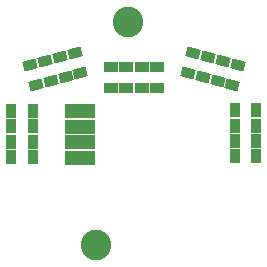
<source format=gts>
G04*
G04 #@! TF.GenerationSoftware,Altium Limited,Altium Designer,23.0.1 (38)*
G04*
G04 Layer_Color=8388736*
%FSLAX25Y25*%
%MOIN*%
G70*
G04*
G04 #@! TF.SameCoordinates,C8DA3EBC-D80D-4B36-BEA7-CCC05AEA56C0*
G04*
G04*
G04 #@! TF.FilePolarity,Negative*
G04*
G01*
G75*
%ADD12R,0.10433X0.04528*%
%ADD13R,0.03347X0.04528*%
%ADD14R,0.03347X0.04528*%
G04:AMPARAMS|DCode=15|XSize=33.47mil|YSize=45.28mil|CornerRadius=0mil|HoleSize=0mil|Usage=FLASHONLY|Rotation=255.000|XOffset=0mil|YOffset=0mil|HoleType=Round|Shape=Rectangle|*
%AMROTATEDRECTD15*
4,1,4,-0.01754,0.02202,0.02620,0.01030,0.01754,-0.02202,-0.02620,-0.01030,-0.01754,0.02202,0.0*
%
%ADD15ROTATEDRECTD15*%

G04:AMPARAMS|DCode=16|XSize=33.47mil|YSize=45.28mil|CornerRadius=0mil|HoleSize=0mil|Usage=FLASHONLY|Rotation=255.000|XOffset=0mil|YOffset=0mil|HoleType=Round|Shape=Rectangle|*
%AMROTATEDRECTD16*
4,1,4,-0.01754,0.02202,0.02620,0.01030,0.01754,-0.02202,-0.02620,-0.01030,-0.01754,0.02202,0.0*
%
%ADD16ROTATEDRECTD16*%

%ADD17R,0.04528X0.03347*%
%ADD18R,0.04528X0.03347*%
G04:AMPARAMS|DCode=19|XSize=33.47mil|YSize=45.28mil|CornerRadius=0mil|HoleSize=0mil|Usage=FLASHONLY|Rotation=285.000|XOffset=0mil|YOffset=0mil|HoleType=Round|Shape=Rectangle|*
%AMROTATEDRECTD19*
4,1,4,-0.02620,0.01030,0.01754,0.02202,0.02620,-0.01030,-0.01754,-0.02202,-0.02620,0.01030,0.0*
%
%ADD19ROTATEDRECTD19*%

G04:AMPARAMS|DCode=20|XSize=33.47mil|YSize=45.28mil|CornerRadius=0mil|HoleSize=0mil|Usage=FLASHONLY|Rotation=285.000|XOffset=0mil|YOffset=0mil|HoleType=Round|Shape=Rectangle|*
%AMROTATEDRECTD20*
4,1,4,-0.02620,0.01030,0.01754,0.02202,0.02620,-0.01030,-0.01754,-0.02202,-0.02620,0.01030,0.0*
%
%ADD20ROTATEDRECTD20*%

%ADD21C,0.10191*%
D12*
X326600Y173682D02*
D03*
Y178800D02*
D03*
Y183918D02*
D03*
Y189036D02*
D03*
D13*
X378000Y174063D02*
D03*
Y179182D02*
D03*
X310700Y189219D02*
D03*
Y184100D02*
D03*
D14*
X385106Y189418D02*
D03*
X378000Y184300D02*
D03*
X385106D02*
D03*
Y179182D02*
D03*
Y174064D02*
D03*
X378000Y189418D02*
D03*
X303594Y173864D02*
D03*
X310700Y178982D02*
D03*
X303594D02*
D03*
Y184100D02*
D03*
Y189218D02*
D03*
X310700Y173864D02*
D03*
D15*
X377245Y197775D02*
D03*
X372300Y199100D02*
D03*
D16*
X364252Y208613D02*
D03*
X367356Y200425D02*
D03*
X369196Y207289D02*
D03*
X374139Y205964D02*
D03*
X379083Y204640D02*
D03*
X362413Y201749D02*
D03*
D17*
X352119Y196700D02*
D03*
X347000D02*
D03*
D18*
X336764Y203806D02*
D03*
X341882Y196700D02*
D03*
Y203806D02*
D03*
X347000D02*
D03*
X352118D02*
D03*
X336764Y196700D02*
D03*
D19*
X326628Y201785D02*
D03*
X321683Y200461D02*
D03*
D20*
X309956Y204675D02*
D03*
X316739Y199136D02*
D03*
X314900Y206000D02*
D03*
X319844Y207325D02*
D03*
X324787Y208649D02*
D03*
X311795Y197811D02*
D03*
D21*
X342500Y219000D02*
D03*
X331700Y144400D02*
D03*
M02*

</source>
